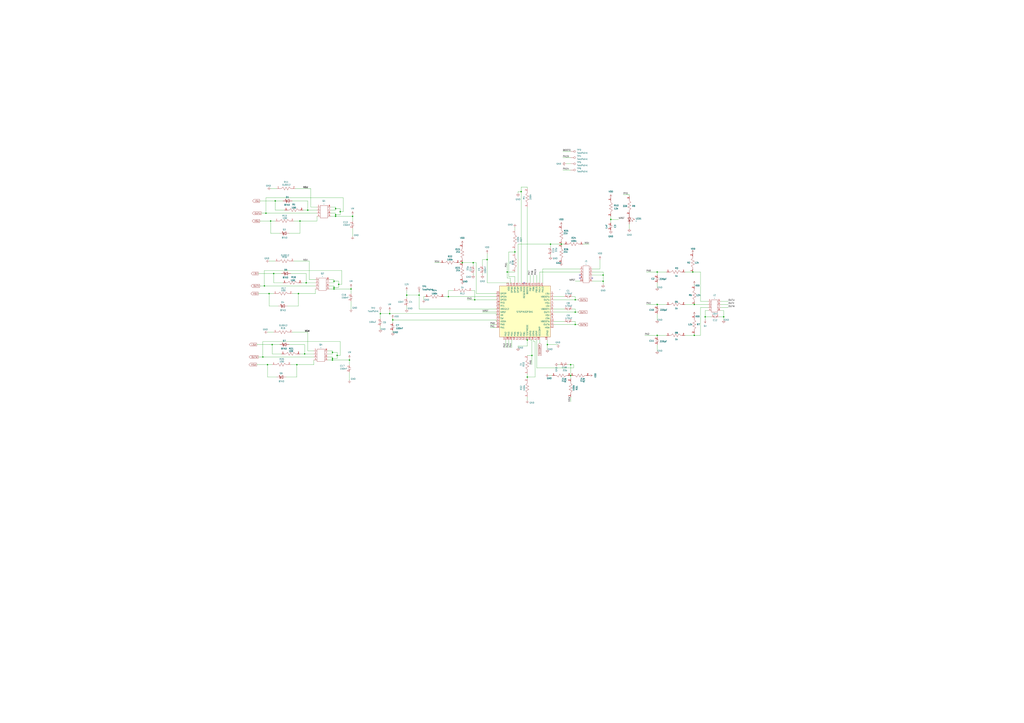
<source format=kicad_sch>
(kicad_sch (version 20250114) (generator "eeschema") (generator_version "9.0")
  (paper "A1")
  (lib_symbols
    (symbol "BAT30_2"
      (property "Reference" "D" (at 0.762 -3.048 0))
      (symbol "BAT30_2_1_1"
        (pin passive line (at -2.54 0 0) (length 2.54) (name "") (number ""))
        (pin passive line (at 5.08 0 180) (length 2.54) (name "") (number ""))
      )
    )
    (symbol "BAT30_3"
      (property "Reference" "D" (at 0.762 -3.048 0))
      (symbol "BAT30_3_1_1"
        (pin passive line (at -2.54 0 0) (length 2.54) (name "") (number ""))
        (pin passive line (at 5.08 0 180) (length 2.54) (name "") (number ""))
      )
    )
    (symbol "BAT30_4"
      (property "Reference" "D" (at 0.762 -3.048 0))
      (symbol "BAT30_4_1_1"
        (pin passive line (at -2.54 0 0) (length 2.54) (name "") (number ""))
        (pin passive line (at 5.08 0 180) (length 2.54) (name "") (number ""))
      )
    )
    (symbol "BAT30_5"
      (property "Reference" "D" (at 0.762 -3.048 0))
      (symbol "BAT30_5_1_1"
        (pin passive line (at -2.54 0 0) (length 2.54) (name "") (number ""))
        (pin passive line (at 5.08 0 180) (length 2.54) (name "") (number ""))
      )
    )
    (symbol "BAT30_6"
      (property "Reference" "D" (at 0.762 -3.048 0))
      (symbol "BAT30_6_1_1"
        (pin passive line (at -2.54 0 0) (length 2.54) (name "") (number ""))
        (pin passive line (at 5.08 0 180) (length 2.54) (name "") (number ""))
      )
    )
    (symbol "Capacitor:CC0603JRX7R9BB154"
      (property "Reference" "C" (at 0.762 0 0))
      (symbol "CC0603JRX7R9BB154_1_1"
        (pin passive line (at -2.54 2.54 0) (length 2.54) (name "") (number "1"))
        (pin passive line (at 3.81 2.54 180) (length 2.54) (name "") (number "2"))
      )
    )
    (symbol "Capacitor:CL10C330JB8NNNC"
      (property "Reference" "C" (at 0 0 0))
      (symbol "CL10C330JB8NNNC_1_1"
        (pin passive line (at -2.54 2.54 0) (length 2.54) (name "") (number "1"))
        (pin passive line (at 3.81 2.54 180) (length 2.54) (name "") (number "2"))
      )
    )
    (symbol "Capacitor:CL31A106KBHNNNE"
      (property "Reference" "C" (at -0.508 0 0))
      (symbol "CL31A106KBHNNNE_1_1"
        (pin passive line (at -3.81 2.54 0) (length 2.54) (name "") (number "1"))
        (pin passive line (at 2.54 2.54 180) (length 2.54) (name "") (number "2"))
      )
    )
    (symbol "Capacitor:CS1206KKX7R0BB474"
      (property "Reference" "C" (at -2.032 0.508 0))
      (symbol "CS1206KKX7R0BB474_1_1"
        (pin passive line (at -5.08 2.54 0) (length 2.54) (name "") (number "1"))
        (pin passive line (at 1.27 2.54 180) (length 2.54) (name "") (number "2"))
      )
    )
    (symbol "Capacitor:GCM188R72A103KA37D"
      (property "Reference" "C" (at 0.508 0 0))
      (symbol "GCM188R72A103KA37D_1_1"
        (pin passive line (at -2.54 2.54 0) (length 2.54) (name "") (number "1"))
        (pin passive line (at 3.81 2.54 180) (length 2.54) (name "") (number "2"))
      )
    )
    (symbol "Capacitor:GRM155R71H104KE14J"
      (property "Reference" "C" (at 0.508 0 0))
      (symbol "GRM155R71H104KE14J_1_1"
        (pin passive line (at -2.54 2.54 0) (length 2.54) (name "") (number "1"))
        (pin passive line (at 3.81 2.54 180) (length 2.54) (name "") (number "2"))
      )
    )
    (symbol "Capacitor:GRT1885C2A221JA02D"
      (property "Reference" "C" (at 0 0 0))
      (symbol "GRT1885C2A221JA02D_1_1"
        (pin passive line (at -3.81 2.54 0) (length 2.54) (name "") (number "1"))
        (pin passive line (at 2.54 2.54 180) (length 2.54) (name "") (number "2"))
      )
    )
    (symbol "Connector:66200821122"
      (property "Reference" "J" (at 1.27 -1.778 0))
      (symbol "66200821122_1_1"
        (pin passive line (at -3.81 2.54 0) (length 2.54) (name "") (number "1"))
        (pin passive line (at -3.81 0 0) (length 2.54) (name "") (number "2"))
        (pin passive line (at -3.81 -2.54 0) (length 2.54) (name "") (number "3"))
        (pin passive line (at -3.81 -5.08 0) (length 2.54) (name "") (number "4"))
        (pin passive line (at 6.35 2.54 180) (length 2.54) (name "") (number "5"))
        (pin passive line (at 6.35 0 180) (length 2.54) (name "") (number "6"))
        (pin passive line (at 6.35 -2.54 180) (length 2.54) (name "") (number "7"))
        (pin passive line (at 6.35 -5.08 180) (length 2.54) (name "") (number "8"))
      )
    )
    (symbol "Connector:TestPoint" (pin_numbers (hide yes)) (pin_names (offset 0.762) (hide yes))
      (property "Reference" "TP" (at 0 6.858 0))
      (property "Value" "TestPoint" (at 0 5.08 0))
      (symbol "TestPoint_1_1"
        (pin passive line (at 0 0 90) (length 2.54) (name "1") (number "1"))
      )
    )
    (symbol "Diode:BAT30"
      (property "Reference" "D" (at 0.762 -3.048 0))
      (symbol "BAT30_1_1"
        (pin passive line (at -2.54 0 0) (length 2.54) (name "") (number ""))
        (pin passive line (at 5.08 0 180) (length 2.54) (name "") (number ""))
      )
    )
    (symbol "LED:150120RS87000"
      (property "Reference" "LED" (at 0 0 0))
      (symbol "150120RS87000_1_1"
        (pin passive line (at -3.81 3.81 0) (length 2.54) (name "") (number ""))
        (pin passive line (at 3.81 3.81 180) (length 2.54) (name "") (number ""))
      )
    )
    (symbol "Resistor:ERA-6AEB2102V"
      (property "Reference" "R" (at 0 0 0))
      (symbol "ERA-6AEB2102V_1_1"
        (pin passive line (at -6.35 2.54 0) (length 2.54) (name "") (number "1"))
        (pin passive line (at 8.89 2.54 180) (length 2.54) (name "") (number "2"))
      )
    )
    (symbol "Resistor:ERA-8AEB101V"
      (property "Reference" "R" (at -2.54 -2.032 0))
      (symbol "ERA-8AEB101V_1_1"
        (pin passive line (at -10.16 1.27 0) (length 2.54) (name "") (number "1"))
        (pin passive line (at 5.08 1.27 180) (length 2.54) (name "") (number "2"))
      )
    )
    (symbol "Resistor:RC1206FR-7W1KL"
      (property "Reference" "R" (at -0.254 -2.794 0))
      (symbol "RC1206FR-7W1KL_1_1"
        (pin passive line (at -7.62 0 0) (length 2.54) (name "") (number "1"))
        (pin passive line (at 7.62 0 180) (length 2.54) (name "") (number "2"))
      )
    )
    (symbol "Resistor:RC1206JR-13100KL"
      (property "Reference" "R" (at 2.286 -1.27 0))
      (symbol "RC1206JR-13100KL_1_1"
        (pin passive line (at -5.08 1.27 0) (length 2.54) (name "") (number "1"))
        (pin passive line (at 10.16 1.27 180) (length 2.54) (name "") (number "2"))
      )
    )
    (symbol "Resistor:RMCF01005FT12K0"
      (property "Reference" "R" (at 0 -1.778 0))
      (symbol "RMCF01005FT12K0_1_1"
        (pin passive line (at -7.62 0 0) (length 2.54) (name "") (number "1"))
        (pin passive line (at 7.62 0 180) (length 2.54) (name "") (number "2"))
      )
    )
    (symbol "Resistor:RMCF0603JT330R"
      (property "Reference" "R" (at 0 0 0))
      (symbol "RMCF0603JT330R_1_1"
        (pin passive line (at -7.62 2.54 0) (length 2.54) (name "") (number "1"))
        (pin passive line (at 7.62 2.54 180) (length 2.54) (name "") (number "2"))
      )
    )
    (symbol "Resistor:WSR31L002FEA"
      (property "Reference" "R" (at 0 0 0))
      (symbol "WSR31L002FEA_1_1"
        (pin passive line (at -6.35 3.81 0) (length 2.54) (name "") (number "1"))
        (pin passive line (at 8.89 3.81 180) (length 2.54) (name "") (number "2"))
      )
    )
    (symbol "STL7N6LF3:STL7N6LF3"
      (property "Reference" "Q" (at 1.778 0 0))
      (symbol "STL7N6LF3_1_1"
        (pin passive line (at -3.81 3.81 0) (length 2.54) (name "") (number "1"))
        (pin passive line (at -3.81 1.27 0) (length 2.54) (name "") (number "2"))
        (pin passive line (at -3.81 -1.27 0) (length 2.54) (name "") (number "3"))
        (pin passive line (at -3.81 -3.81 0) (length 2.54) (name "") (number "4"))
        (pin passive line (at 7.62 3.81 180) (length 2.54) (name "") (number "8"))
        (pin passive line (at 7.62 1.27 180) (length 2.54) (name "") (number "7"))
        (pin passive line (at 7.62 -1.27 180) (length 2.54) (name "") (number "6"))
        (pin passive line (at 7.62 -3.81 180) (length 2.54) (name "") (number "5"))
      )
    )
    (symbol "STSPIN32F0A:STSPIN32F0A"
      (property "Reference" "STSPIN32F0A" (at 5.588 -14.478 0))
      (symbol "STSPIN32F0A_1_1"
        (pin input line (at -19.05 -1.27 0) (length 2.54) (name "OP2P") (number "25"))
        (pin input line (at -19.05 -3.81 0) (length 2.54) (name "OP2N") (number "26"))
        (pin output line (at -19.05 -6.35 0) (length 2.54) (name "OP2O") (number "27"))
        (pin bidirectional line (at -19.05 -8.89 0) (length 2.54) (name "PF0") (number "28"))
        (pin bidirectional line (at -19.05 -11.43 0) (length 2.54) (name "PF1") (number "29"))
        (pin output line (at -19.05 -13.97 0) (length 2.54) (name "VREG12") (number "30"))
        (pin input line (at -19.05 -16.51 0) (length 2.54) (name "NRST") (number "31"))
        (pin power_in line (at -19.05 -19.05 0) (length 2.54) (name "VM") (number "32"))
        (pin free line (at -19.05 -21.59 0) (length 2.54) (name "SW") (number "33"))
        (pin power_out line (at -19.05 -24.13 0) (length 2.54) (name "VDDA") (number "34"))
        (pin bidirectional line (at -19.05 -26.67 0) (length 2.54) (name "PA0") (number "35"))
        (pin bidirectional line (at -19.05 -29.21 0) (length 2.54) (name "PA1") (number "36"))
        (pin bidirectional line (at -11.43 -39.37 90) (length 2.54) (name "PA2") (number "37"))
        (pin input line (at -8.89 7.62 270) (length 2.54) (name "VDD") (number "13"))
        (pin bidirectional line (at -8.89 -39.37 90) (length 2.54) (name "PA3") (number "38"))
        (pin output line (at -6.35 7.62 270) (length 2.54) (name "OP3O") (number "14"))
        (pin bidirectional line (at -6.35 -39.37 90) (length 2.54) (name "PA4") (number "39"))
        (pin input line (at -3.81 7.62 270) (length 2.54) (name "OP3N") (number "15"))
        (pin bidirectional line (at -3.81 -39.37 90) (length 2.54) (name "PA5") (number "40"))
        (pin input line (at -1.27 7.62 270) (length 2.54) (name "OP3P") (number "16"))
        (pin bidirectional line (at -1.27 -39.37 90) (length 2.54) (name "PA6") (number "41"))
        (pin input line (at 1.27 7.62 270) (length 2.54) (name "GND") (number "17"))
        (pin bidirectional line (at 1.27 -39.37 90) (length 2.54) (name "PA7") (number "42"))
        (pin input line (at 3.81 7.62 270) (length 2.54) (name "RESERVED") (number "18"))
        (pin bidirectional line (at 3.81 -39.37 90) (length 2.54) (name "PB1") (number "43"))
        (pin input line (at 6.35 7.62 270) (length 2.54) (name "BOOTO") (number "19"))
        (pin input line (at 6.35 -39.37 90) (length 2.54) (name "TESTMODE") (number "44"))
        (pin bidirectional line (at 8.89 7.62 270) (length 2.54) (name "PB7") (number "20"))
        (pin output line (at 8.89 -39.37 90) (length 2.54) (name "OPIO") (number "45"))
        (pin bidirectional line (at 11.43 7.62 270) (length 2.54) (name "PB6") (number "21"))
        (pin input line (at 11.43 -39.37 90) (length 2.54) (name "OPIN") (number "46"))
        (pin bidirectional line (at 13.97 7.62 270) (length 2.54) (name "PB15") (number "22"))
        (pin input line (at 13.97 -39.37 90) (length 2.54) (name "OPIP") (number "47"))
        (pin bidirectional line (at 16.51 7.62 270) (length 2.54) (name "PA14") (number "23"))
        (pin input line (at 16.51 -39.37 90) (length 2.54) (name "OCCOMP") (number "48"))
        (pin bidirectional line (at 19.05 7.62 270) (length 2.54) (name "PA13") (number "24"))
        (pin power_in line (at 22.86 -39.37 90) (length 2.54) (name "EPAD") (number "49"))
        (pin output line (at 27.94 -1.27 180) (length 2.54) (name "LSU") (number "1"))
        (pin power_in line (at 27.94 -3.81 180) (length 2.54) (name "VBOOTU") (number "2"))
        (pin passive line (at 27.94 -6.35 180) (length 2.54) (name "OUTU") (number "3"))
        (pin output line (at 27.94 -8.89 180) (length 2.54) (name "HSU") (number "4"))
        (pin output line (at 27.94 -11.43 180) (length 2.54) (name "LSV") (number "5"))
        (pin power_in line (at 27.94 -13.97 180) (length 2.54) (name "VBOOTV") (number "6"))
        (pin passive line (at 27.94 -16.51 180) (length 2.54) (name "OUTV") (number "7"))
        (pin output line (at 27.94 -19.05 180) (length 2.54) (name "HSV") (number "8"))
        (pin output line (at 27.94 -21.59 180) (length 2.54) (name "LSW") (number "9"))
        (pin power_in line (at 27.94 -24.13 180) (length 2.54) (name "VBOOTW") (number "10"))
        (pin passive line (at 27.94 -26.67 180) (length 2.54) (name "OUTW") (number "11"))
        (pin output line (at 27.94 -29.21 180) (length 2.54) (name "HSW") (number "12"))
      )
    )
    (symbol "header:PPTC052LFBN-RC"
      (property "Reference" "J" (at -1.27 -2.794 0))
      (symbol "PPTC052LFBN-RC_1_1"
        (pin passive line (at -6.35 10.16 0) (length 2.54) (name "") (number "1"))
        (pin passive line (at -6.35 7.62 0) (length 2.54) (name "") (number "3"))
        (pin passive line (at -6.35 5.08 0) (length 2.54) (name "") (number "5"))
        (pin passive line (at -6.35 2.54 0) (length 2.54) (name "") (number "7"))
        (pin passive line (at -6.35 0 0) (length 2.54) (name "") (number "9"))
        (pin passive line (at 3.81 10.16 180) (length 2.54) (name "") (number "2"))
        (pin passive line (at 3.81 7.62 180) (length 2.54) (name "") (number "4"))
        (pin passive line (at 3.81 5.08 180) (length 2.54) (name "") (number "6"))
        (pin passive line (at 3.81 2.54 180) (length 2.54) (name "") (number "8"))
        (pin passive line (at 3.81 0 180) (length 2.54) (name "") (number "10"))
      )
    )
    (symbol "power:+5VD" (power) (pin_numbers (hide yes)) (pin_names (offset 0) (hide yes))
      (property "Value" "+5VD" (at 0 3.556 0))
      (symbol "+5VD_1_1"
        (pin power_in line (at 0 0 90) (length 0) (name "~") (number "1"))
      )
    )
    (symbol "power:Earth" (power) (pin_numbers (hide yes)) (pin_names (offset 0) (hide yes))
      (property "Value" "Earth" (at 0 -3.81 0))
      (symbol "Earth_1_1"
        (pin power_in line (at 0 0 270) (length 0) (name "~") (number "1"))
      )
    )
    (symbol "power:GND" (power) (pin_numbers (hide yes)) (pin_names (offset 0) (hide yes))
      (property "Value" "GND" (at 0 -3.81 0))
      (symbol "GND_1_1"
        (pin power_in line (at 0 0 270) (length 0) (name "~") (number "1"))
      )
    )
    (symbol "power:VDD" (power) (pin_numbers (hide yes)) (pin_names (offset 0) (hide yes))
      (property "Value" "VDD" (at 0 3.556 0))
      (symbol "VDD_1_1"
        (pin power_in line (at 0 0 90) (length 0) (name "~") (number "1"))
      )
    )
  )
  (junction (at 243.84 299.72))
  (junction (at 273.05 294.64))
  (junction (at 274.32 236.22))
  (junction (at 218.44 175.26))
  (junction (at 274.32 237.49))
  (junction (at 274.32 231.14))
  (junction (at 250.19 290.83))
  (junction (at 368.3 243.84))
  (junction (at 246.38 181.61))
  (junction (at 570.23 250.19))
  (junction (at 400.05 213.36))
  (junction (at 223.52 283.21))
  (junction (at 539.75 275.59))
  (junction (at 279.4 173.99))
  (junction (at 433.07 309.88))
  (junction (at 501.65 180.34))
  (junction (at 334.01 242.57))
  (junction (at 461.01 200.66))
  (junction (at 472.44 246.38))
  (junction (at 252.73 172.72))
  (junction (at 275.59 171.45))
  (junction (at 226.06 165.1))
  (junction (at 433.07 279.4))
  (junction (at 389.89 246.38))
  (junction (at 320.04 257.81))
  (junction (at 468.63 308.61))
  (junction (at 224.79 224.79))
  (junction (at 273.05 289.56))
  (junction (at 568.96 223.52))
  (junction (at 215.9 293.37))
  (junction (at 379.73 215.9))
  (junction (at 579.12 260.35))
  (junction (at 416.56 223.52))
  (junction (at 344.17 242.57))
  (junction (at 570.23 275.59))
  (junction (at 449.58 283.21))
  (junction (at 275.59 177.8))
  (junction (at 468.63 299.72))
  (junction (at 472.44 256.54))
  (junction (at 472.44 266.7))
  (junction (at 220.98 241.3))
  (junction (at 322.58 262.89))
  (junction (at 312.42 257.81))
  (junction (at 273.05 295.91))
  (junction (at 539.75 223.52))
  (junction (at 594.36 260.35))
  (junction (at 495.3 231.14))
  (junction (at 217.17 234.95))
  (junction (at 278.13 233.68))
  (junction (at 275.59 176.53))
  (junction (at 495.3 226.06))
  (junction (at 219.71 299.72))
  (junction (at 245.11 241.3))
  (junction (at 288.29 237.49))
  (junction (at 276.86 292.1))
  (junction (at 539.75 250.19))
  (junction (at 422.91 207.01))
  (junction (at 452.12 200.66))
  (junction (at 436.88 292.1))
  (junction (at 427.99 157.48))
  (junction (at 222.25 181.61))
  (junction (at 287.02 295.91))
  (junction (at 388.62 215.9))
  (junction (at 289.56 177.8))
  (junction (at 251.46 232.41))
  (no_connect (at 476.25 228.6))
  (no_connect (at 430.53 232.41))
  (no_connect (at 476.25 226.06))
  (no_connect (at 486.41 228.6))
  (wire (pts (xy 443.23 223.52) (xy 443.23 232.41)))
  (wire (pts (xy 254 229.87) (xy 254 214.63)))
  (wire (pts (xy 347.98 243.84) (xy 349.25 243.84)))
  (wire (pts (xy 377.19 215.9) (xy 379.73 215.9)))
  (wire (pts (xy 416.56 228.6) (xy 419.1 228.6)))
  (wire (pts (xy 271.78 175.26) (xy 275.59 175.26)))
  (wire (pts (xy 427.99 153.67) (xy 433.07 153.67)))
  (wire (pts (xy 275.59 176.53) (xy 279.4 176.53)))
  (wire (pts (xy 222.25 191.77) (xy 229.87 191.77)))
  (wire (pts (xy 579.12 255.27) (xy 581.66 255.27)))
  (wire (pts (xy 273.05 295.91) (xy 269.24 295.91)))
  (wire (pts (xy 273.05 294.64) (xy 273.05 295.91)))
  (wire (pts (xy 289.56 187.96) (xy 289.56 194.31)))
  (wire (pts (xy 219.71 299.72) (xy 219.71 309.88)))
  (wire (pts (xy 579.12 260.35) (xy 584.2 260.35)))
  (wire (pts (xy 433.07 307.34) (xy 433.07 309.88)))
  (wire (pts (xy 468.63 311.15) (xy 468.63 308.61)))
  (wire (pts (xy 516.89 161.29) (xy 516.89 160.02)))
  (wire (pts (xy 570.23 250.19) (xy 581.66 250.19)))
  (wire (pts (xy 288.29 237.49) (xy 288.29 241.3)))
  (wire (pts (xy 433.07 276.86) (xy 433.07 279.4)))
  (wire (pts (xy 562.61 223.52) (xy 568.96 223.52)))
  (wire (pts (xy 486.41 226.06) (xy 495.3 226.06)))
  (wire (pts (xy 287.02 295.91) (xy 287.02 299.72)))
  (wire (pts (xy 234.95 309.88) (xy 243.84 309.88)))
  (wire (pts (xy 260.35 175.26) (xy 218.44 175.26)))
  (wire (pts (xy 463.55 243.84) (xy 454.66 243.84)))
  (wire (pts (xy 539.75 288.29) (xy 539.75 283.21)))
  (wire (pts (xy 501.65 180.34) (xy 501.65 177.8)))
  (wire (pts (xy 215.9 280.67) (xy 279.4 280.67)))
  (wire (pts (xy 273.05 290.83) (xy 273.05 289.56)))
  (wire (pts (xy 226.06 165.1) (xy 232.41 165.1)))
  (wire (pts (xy 312.42 257.81) (xy 312.42 261.62)))
  (wire (pts (xy 539.75 250.19) (xy 547.37 250.19)))
  (wire (pts (xy 435.61 226.06) (xy 435.61 232.41)))
  (wire (pts (xy 472.44 243.84) (xy 469.9 243.84)))
  (wire (pts (xy 274.32 237.49) (xy 270.51 237.49)))
  (wire (pts (xy 454.66 256.54) (xy 472.44 256.54)))
  (wire (pts (xy 364.49 243.84) (xy 368.3 243.84)))
  (wire (pts (xy 539.75 275.59) (xy 547.37 275.59)))
  (wire (pts (xy 501.65 182.88) (xy 501.65 180.34)))
  (wire (pts (xy 270.51 234.95) (xy 274.32 234.95)))
  (wire (pts (xy 575.31 252.73) (xy 575.31 275.59)))
  (wire (pts (xy 483.87 200.66) (xy 478.79 200.66)))
  (wire (pts (xy 312.42 256.54) (xy 312.42 257.81)))
  (wire (pts (xy 425.45 157.48) (xy 427.99 157.48)))
  (wire (pts (xy 472.44 254) (xy 469.9 254)))
  (wire (pts (xy 252.73 165.1) (xy 252.73 172.72)))
  (wire (pts (xy 233.68 172.72) (xy 226.06 172.72)))
  (wire (pts (xy 495.3 231.14) (xy 495.3 233.68)))
  (wire (pts (xy 590.55 260.35) (xy 594.36 260.35)))
  (wire (pts (xy 237.49 191.77) (xy 246.38 191.77)))
  (wire (pts (xy 463.55 200.66) (xy 461.01 200.66)))
  (wire (pts (xy 312.42 270.51) (xy 312.42 267.97)))
  (wire (pts (xy 273.05 289.56) (xy 276.86 289.56)))
  (wire (pts (xy 276.86 294.64) (xy 276.86 292.1)))
  (wire (pts (xy 438.15 226.06) (xy 438.15 232.41)))
  (wire (pts (xy 461.01 200.66) (xy 452.12 200.66)))
  (wire (pts (xy 250.19 290.83) (xy 257.81 290.83)))
  (wire (pts (xy 271.78 172.72) (xy 275.59 172.72)))
  (wire (pts (xy 279.4 173.99) (xy 279.4 171.45)))
  (wire (pts (xy 213.36 165.1) (xy 226.06 165.1)))
  (wire (pts (xy 462.28 124.46) (xy 468.63 124.46)))
  (wire (pts (xy 236.22 251.46) (xy 245.11 251.46)))
  (wire (pts (xy 279.4 280.67) (xy 279.4 292.1)))
  (wire (pts (xy 427.99 157.48) (xy 427.99 153.67)))
  (wire (pts (xy 223.52 283.21) (xy 223.52 290.83)))
  (wire (pts (xy 273.05 288.29) (xy 269.24 288.29)))
  (wire (pts (xy 391.16 215.9) (xy 391.16 241.3)))
  (wire (pts (xy 425.45 284.48) (xy 425.45 285.75)))
  (wire (pts (xy 445.77 220.98) (xy 476.25 220.98)))
  (wire (pts (xy 218.44 175.26) (xy 218.44 162.56)))
  (wire (pts (xy 422.91 186.69) (xy 422.91 189.23)))
  (wire (pts (xy 472.44 246.38) (xy 472.44 243.84)))
  (wire (pts (xy 416.56 223.52) (xy 416.56 228.6)))
  (wire (pts (xy 251.46 232.41) (xy 259.08 232.41)))
  (wire (pts (xy 280.67 222.25) (xy 280.67 233.68)))
  (wire (pts (xy 240.03 241.3) (xy 245.11 241.3)))
  (wire (pts (xy 562.61 250.19) (xy 570.23 250.19)))
  (wire (pts (xy 463.55 254) (xy 454.66 254)))
  (wire (pts (xy 388.62 215.9) (xy 391.16 215.9)))
  (wire (pts (xy 400.05 232.41) (xy 417.83 232.41)))
  (wire (pts (xy 486.41 223.52) (xy 495.3 223.52)))
  (wire (pts (xy 334.01 242.57) (xy 334.01 245.11)))
  (wire (pts (xy 274.32 237.49) (xy 288.29 237.49)))
  (wire (pts (xy 259.08 234.95) (xy 217.17 234.95)))
  (wire (pts (xy 347.98 246.38) (xy 347.98 243.84)))
  (wire (pts (xy 248.92 172.72) (xy 252.73 172.72)))
  (wire (pts (xy 396.24 218.44) (xy 396.24 213.36)))
  (wire (pts (xy 468.63 134.62) (xy 464.82 134.62)))
  (wire (pts (xy 269.24 290.83) (xy 273.05 290.83)))
  (wire (pts (xy 276.86 292.1) (xy 276.86 289.56)))
  (wire (pts (xy 539.75 223.52) (xy 547.37 223.52)))
  (wire (pts (xy 274.32 236.22) (xy 278.13 236.22)))
  (wire (pts (xy 245.11 251.46) (xy 245.11 241.3)))
  (wire (pts (xy 273.05 294.64) (xy 276.86 294.64)))
  (wire (pts (xy 250.19 283.21) (xy 250.19 290.83)))
  (wire (pts (xy 287.02 306.07) (xy 287.02 312.42)))
  (wire (pts (xy 224.79 224.79) (xy 224.79 232.41)))
  (wire (pts (xy 281.94 173.99) (xy 279.4 173.99)))
  (wire (pts (xy 260.35 181.61) (xy 260.35 177.8)))
  (wire (pts (xy 495.3 226.06) (xy 495.3 231.14)))
  (wire (pts (xy 288.29 247.65) (xy 288.29 254)))
  (wire (pts (xy 387.35 238.76) (xy 389.89 238.76)))
  (wire (pts (xy 539.75 262.89) (xy 539.75 257.81)))
  (wire (pts (xy 422.91 204.47) (xy 422.91 207.01)))
  (wire (pts (xy 210.82 299.72) (xy 219.71 299.72)))
  (wire (pts (xy 217.17 234.95) (xy 217.17 222.25)))
  (wire (pts (xy 275.59 170.18) (xy 271.78 170.18)))
  (wire (pts (xy 241.3 214.63) (xy 254 214.63)))
  (wire (pts (xy 436.88 299.72) (xy 436.88 292.1)))
  (wire (pts (xy 472.44 231.14) (xy 476.25 231.14)))
  (wire (pts (xy 417.83 207.01) (xy 422.91 207.01)))
  (wire (pts (xy 468.63 326.39) (xy 468.63 330.2)))
  (wire (pts (xy 289.56 177.8) (xy 289.56 176.53)))
  (wire (pts (xy 278.13 233.68) (xy 278.13 231.14)))
  (wire (pts (xy 379.73 215.9) (xy 388.62 215.9)))
  (wire (pts (xy 539.75 251.46) (xy 539.75 250.19)))
  (wire (pts (xy 278.13 236.22) (xy 278.13 233.68)))
  (wire (pts (xy 396.24 256.54) (xy 407.67 256.54)))
  (wire (pts (xy 222.25 154.94) (xy 227.33 154.94)))
  (wire (pts (xy 213.36 181.61) (xy 222.25 181.61)))
  (wire (pts (xy 529.59 275.59) (xy 539.75 275.59)))
  (wire (pts (xy 251.46 224.79) (xy 251.46 232.41)))
  (wire (pts (xy 245.11 241.3) (xy 259.08 241.3)))
  (wire (pts (xy 495.3 223.52) (xy 495.3 226.06)))
  (wire (pts (xy 417.83 279.4) (xy 417.83 285.75)))
  (wire (pts (xy 368.3 238.76) (xy 368.3 243.84)))
  (wire (pts (xy 452.12 209.55) (xy 452.12 210.82)))
  (wire (pts (xy 433.07 292.1) (xy 436.88 292.1)))
  (wire (pts (xy 579.12 262.89) (xy 579.12 260.35)))
  (wire (pts (xy 274.32 231.14) (xy 274.32 229.87)))
  (wire (pts (xy 289.56 177.8) (xy 289.56 181.61)))
  (wire (pts (xy 273.05 293.37) (xy 273.05 294.64)))
  (wire (pts (xy 220.98 214.63) (xy 226.06 214.63)))
  (wire (pts (xy 222.25 181.61) (xy 222.25 191.77)))
  (wire (pts (xy 594.36 255.27) (xy 591.82 255.27)))
  (wire (pts (xy 575.31 223.52) (xy 575.31 247.65)))
  (wire (pts (xy 240.03 273.05) (xy 252.73 273.05)))
  (wire (pts (xy 570.23 274.32) (xy 570.23 275.59)))
  (wire (pts (xy 433.07 170.18) (xy 433.07 232.41)))
  (wire (pts (xy 396.24 213.36) (xy 400.05 213.36)))
  (wire (pts (xy 238.76 299.72) (xy 243.84 299.72)))
  (wire (pts (xy 320.04 257.81) (xy 407.67 257.81)))
  (wire (pts (xy 275.59 175.26) (xy 275.59 176.53)))
  (wire (pts (xy 217.17 234.95) (xy 213.36 234.95)))
  (wire (pts (xy 391.16 241.3) (xy 407.67 241.3)))
  (wire (pts (xy 463.55 264.16) (xy 454.66 264.16)))
  (wire (pts (xy 224.79 241.3) (xy 220.98 241.3)))
  (wire (pts (xy 450.85 308.61) (xy 453.39 308.61)))
  (wire (pts (xy 220.98 251.46) (xy 228.6 251.46)))
  (wire (pts (xy 530.86 223.52) (xy 539.75 223.52)))
  (wire (pts (xy 224.79 224.79) (xy 231.14 224.79)))
  (wire (pts (xy 471.17 299.72) (xy 468.63 299.72)))
  (wire (pts (xy 259.08 229.87) (xy 254 229.87)))
  (wire (pts (xy 223.52 299.72) (xy 219.71 299.72)))
  (wire (pts (xy 407.67 254) (xy 344.17 254)))
  (wire (pts (xy 422.91 207.01) (xy 422.91 208.28)))
  (wire (pts (xy 243.84 299.72) (xy 257.81 299.72)))
  (wire (pts (xy 232.41 232.41) (xy 224.79 232.41)))
  (wire (pts (xy 445.77 220.98) (xy 445.77 232.41)))
  (wire (pts (xy 530.86 250.19) (xy 539.75 250.19)))
  (wire (pts (xy 439.42 280.67) (xy 438.15 280.67)))
  (wire (pts (xy 231.14 290.83) (xy 223.52 290.83)))
  (wire (pts (xy 568.96 223.52) (xy 575.31 223.52)))
  (wire (pts (xy 440.69 226.06) (xy 440.69 232.41)))
  (wire (pts (xy 344.17 254) (xy 344.17 242.57)))
  (wire (pts (xy 417.83 227.33) (xy 417.83 207.01)))
  (wire (pts (xy 591.82 250.19) (xy 598.17 250.19)))
  (wire (pts (xy 466.09 299.72) (xy 468.63 299.72)))
  (wire (pts (xy 246.38 191.77) (xy 246.38 181.61)))
  (wire (pts (xy 443.23 279.4) (xy 443.23 281.94)))
  (wire (pts (xy 388.62 218.44) (xy 388.62 215.9)))
  (wire (pts (xy 440.69 302.26) (xy 440.69 279.4)))
  (wire (pts (xy 471.17 302.26) (xy 440.69 302.26)))
  (wire (pts (xy 471.17 302.26) (xy 471.17 299.72)))
  (wire (pts (xy 241.3 181.61) (xy 246.38 181.61)))
  (wire (pts (xy 486.41 231.14) (xy 495.3 231.14)))
  (wire (pts (xy 472.44 246.38) (xy 474.98 246.38)))
  (wire (pts (xy 472.44 264.16) (xy 469.9 264.16)))
  (wire (pts (xy 439.42 280.67) (xy 439.42 309.88)))
  (wire (pts (xy 275.59 177.8) (xy 289.56 177.8)))
  (wire (pts (xy 472.44 266.7) (xy 454.66 266.7)))
  (wire (pts (xy 257.81 293.37) (xy 215.9 293.37)))
  (wire (pts (xy 436.88 279.4) (xy 435.61 279.4)))
  (wire (pts (xy 246.38 290.83) (xy 250.19 290.83)))
  (wire (pts (xy 288.29 237.49) (xy 288.29 236.22)))
  (wire (pts (xy 388.62 224.79) (xy 388.62 226.06)))
  (wire (pts (xy 516.89 184.15) (xy 516.89 187.96)))
  (wire (pts (xy 594.36 260.35) (xy 594.36 255.27)))
  (wire (pts (xy 260.35 170.18) (xy 255.27 170.18)))
  (wire (pts (xy 275.59 177.8) (xy 271.78 177.8)))
  (wire (pts (xy 334.01 238.76) (xy 334.01 242.57)))
  (wire (pts (xy 594.36 262.89) (xy 594.36 260.35)))
  (wire (pts (xy 472.44 256.54) (xy 472.44 254)))
  (wire (pts (xy 581.66 252.73) (xy 575.31 252.73)))
  (wire (pts (xy 449.58 283.21) (xy 449.58 279.4)))
  (wire (pts (xy 472.44 266.7) (xy 474.98 266.7)))
  (wire (pts (xy 220.98 241.3) (xy 220.98 251.46)))
  (wire (pts (xy 433.07 311.15) (xy 433.07 309.88)))
  (wire (pts (xy 539.75 223.52) (xy 539.75 226.06)))
  (wire (pts (xy 539.75 236.22) (xy 539.75 232.41)))
  (wire (pts (xy 436.88 279.4) (xy 436.88 292.1)))
  (wire (pts (xy 433.07 284.48) (xy 433.07 279.4)))
  (wire (pts (xy 322.58 261.62) (xy 322.58 262.89)))
  (wire (pts (xy 217.17 222.25) (xy 280.67 222.25)))
  (wire (pts (xy 274.32 231.14) (xy 278.13 231.14)))
  (wire (pts (xy 322.58 273.05) (xy 322.58 271.78)))
  (wire (pts (xy 449.58 287.02) (xy 449.58 283.21)))
  (wire (pts (xy 427.99 232.41) (xy 427.99 157.48)))
  (wire (pts (xy 275.59 172.72) (xy 275.59 171.45)))
  (wire (pts (xy 400.05 213.36) (xy 400.05 232.41)))
  (wire (pts (xy 275.59 171.45) (xy 275.59 170.18)))
  (wire (pts (xy 218.44 162.56) (xy 281.94 162.56)))
  (wire (pts (xy 472.44 264.16) (xy 472.44 266.7)))
  (wire (pts (xy 462.28 129.54) (xy 468.63 129.54)))
  (wire (pts (xy 402.59 269.24) (xy 407.67 269.24)))
  (wire (pts (xy 259.08 241.3) (xy 259.08 237.49)))
  (wire (pts (xy 400.05 208.28) (xy 400.05 213.36)))
  (wire (pts (xy 252.73 172.72) (xy 260.35 172.72)))
  (wire (pts (xy 242.57 154.94) (xy 255.27 154.94)))
  (wire (pts (xy 215.9 293.37) (xy 212.09 293.37)))
  (wire (pts (xy 215.9 293.37) (xy 215.9 280.67)))
  (wire (pts (xy 273.05 295.91) (xy 287.02 295.91)))
  (wire (pts (xy 425.45 158.75) (xy 425.45 157.48)))
  (wire (pts (xy 274.32 229.87) (xy 270.51 229.87)))
  (wire (pts (xy 591.82 252.73) (xy 598.17 252.73)))
  (wire (pts (xy 468.63 308.61) (xy 468.63 299.72)))
  (wire (pts (xy 238.76 224.79) (xy 251.46 224.79)))
  (wire (pts (xy 570.23 233.68) (xy 570.23 234.95)))
  (wire (pts (xy 443.23 223.52) (xy 476.25 223.52)))
  (wire (pts (xy 334.01 254) (xy 334.01 251.46)))
  (wire (pts (xy 459.74 299.72) (xy 458.47 299.72)))
  (wire (pts (xy 419.1 232.41) (xy 420.37 232.41)))
  (wire (pts (xy 243.84 309.88) (xy 243.84 299.72)))
  (wire (pts (xy 575.31 275.59) (xy 570.23 275.59)))
  (wire (pts (xy 591.82 247.65) (xy 598.17 247.65)))
  (wire (pts (xy 425.45 284.48) (xy 433.07 284.48)))
  (wire (pts (xy 562.61 275.59) (xy 570.23 275.59)))
  (wire (pts (xy 269.24 293.37) (xy 273.05 293.37)))
  (wire (pts (xy 274.32 236.22) (xy 274.32 237.49)))
  (wire (pts (xy 407.67 246.38) (xy 389.89 246.38)))
  (wire (pts (xy 344.17 240.03) (xy 344.17 242.57)))
  (wire (pts (xy 219.71 309.88) (xy 227.33 309.88)))
  (wire (pts (xy 274.32 232.41) (xy 274.32 231.14)))
  (wire (pts (xy 472.44 256.54) (xy 474.98 256.54)))
  (wire (pts (xy 407.67 262.89) (xy 407.67 264.16)))
  (wire (pts (xy 433.07 328.93) (xy 433.07 326.39)))
  (wire (pts (xy 280.67 233.68) (xy 278.13 233.68)))
  (wire (pts (xy 320.04 255.27) (xy 320.04 257.81)))
  (wire (pts (xy 396.24 226.06) (xy 396.24 224.79)))
  (wire (pts (xy 458.47 283.21) (xy 449.58 283.21)))
  (wire (pts (xy 462.28 139.7) (xy 468.63 139.7)))
  (wire (pts (xy 452.12 203.2) (xy 452.12 200.66)))
  (wire (pts (xy 219.71 273.05) (xy 224.79 273.05)))
  (wire (pts (xy 274.32 234.95) (xy 274.32 236.22)))
  (wire (pts (xy 438.15 280.67) (xy 438.15 279.4)))
  (wire (pts (xy 257.81 288.29) (xy 252.73 288.29)))
  (wire (pts (xy 273.05 289.56) (xy 273.05 288.29)))
  (wire (pts (xy 270.51 232.41) (xy 274.32 232.41)))
  (wire (pts (xy 279.4 176.53) (xy 279.4 173.99)))
  (wire (pts (xy 368.3 243.84) (xy 407.67 243.84)))
  (wire (pts (xy 425.45 200.66) (xy 452.12 200.66)))
  (wire (pts (xy 372.11 238.76) (xy 368.3 238.76)))
  (wire (pts (xy 240.03 165.1) (xy 252.73 165.1)))
  (wire (pts (xy 415.29 279.4) (xy 415.29 285.75)))
  (wire (pts (xy 439.42 309.88) (xy 433.07 309.88)))
  (wire (pts (xy 226.06 172.72) (xy 226.06 165.1)))
  (wire (pts (xy 312.42 257.81) (xy 320.04 257.81)))
  (wire (pts (xy 422.91 223.52) (xy 416.56 223.52)))
  (wire (pts (xy 492.76 220.98) (xy 492.76 213.36)))
  (wire (pts (xy 433.07 153.67) (xy 433.07 154.94)))
  (wire (pts (xy 575.31 247.65) (xy 581.66 247.65)))
  (wire (pts (xy 281.94 162.56) (xy 281.94 173.99)))
  (wire (pts (xy 247.65 232.41) (xy 251.46 232.41)))
  (wire (pts (xy 212.09 224.79) (xy 224.79 224.79)))
  (wire (pts (xy 223.52 283.21) (xy 229.87 283.21)))
  (wire (pts (xy 416.56 215.9) (xy 416.56 223.52)))
  (wire (pts (xy 257.81 299.72) (xy 257.81 295.91)))
  (wire (pts (xy 237.49 283.21) (xy 250.19 283.21)))
  (wire (pts (xy 212.09 241.3) (xy 220.98 241.3)))
  (wire (pts (xy 322.58 265.43) (xy 322.58 262.89)))
  (wire (pts (xy 255.27 170.18) (xy 255.27 154.94)))
  (wire (pts (xy 344.17 242.57) (xy 334.01 242.57)))
  (wire (pts (xy 420.37 279.4) (xy 420.37 285.75)))
  (wire (pts (xy 454.66 246.38) (xy 472.44 246.38)))
  (wire (pts (xy 419.1 228.6) (xy 419.1 232.41)))
  (wire (pts (xy 275.59 176.53) (xy 275.59 177.8)))
  (wire (pts (xy 252.73 288.29) (xy 252.73 273.05)))
  (wire (pts (xy 226.06 181.61) (xy 222.25 181.61)))
  (wire (pts (xy 425.45 200.66) (xy 425.45 232.41)))
  (wire (pts (xy 322.58 262.89) (xy 407.67 262.89)))
  (wire (pts (xy 287.02 295.91) (xy 287.02 294.64)))
  (wire (pts (xy 516.89 160.02) (xy 511.81 160.02)))
  (wire (pts (xy 402.59 266.7) (xy 407.67 266.7)))
  (wire (pts (xy 218.44 175.26) (xy 214.63 175.26)))
  (wire (pts (xy 422.91 232.41) (xy 422.91 227.33)))
  (wire (pts (xy 422.91 227.33) (xy 417.83 227.33)))
  (wire (pts (xy 246.38 181.61) (xy 260.35 181.61)))
  (wire (pts (xy 279.4 292.1) (xy 276.86 292.1)))
  (wire (pts (xy 210.82 283.21) (xy 223.52 283.21)))
  (wire (pts (xy 389.89 238.76) (xy 389.89 246.38)))
  (wire (pts (xy 275.59 171.45) (xy 279.4 171.45)))
  (wire (pts (xy 486.41 220.98) (xy 492.76 220.98)))
  (wire (pts (xy 579.12 255.27) (xy 579.12 260.35)))
  (wire (pts (xy 539.75 276.86) (xy 539.75 275.59)))
  (wire (pts (xy 501.65 180.34) (xy 508 180.34)))
  (wire (pts (xy 356.87 215.9) (xy 361.95 215.9)))
  (wire (pts (xy 389.89 246.38) (xy 383.54 246.38)))
  (wire (pts (xy 407.67 257.81) (xy 407.67 259.08)))
  (label "PA4" (at 416.56 215.9 270))
  (label "NSW" (at 250.19 273.05 0))
  (label "OUTU" (at 598.17 247.65 0))
  (label "NRST" (at 508 180.34 0))
  (label "PA0" (at 530.86 223.52 0))
  (label "PA3" (at 417.83 285.75 90))
  (label "PA15" (at 440.69 226.06 90))
  (label "PA7" (at 435.61 226.06 90))
  (label "NSW" (at 468.63 330.2 90))
  (label "PA1" (at 402.59 269.24 0))
  (label "NSW" (at 250.19 273.05 0))
  (label "OUTV" (at 598.17 250.19 0))
  (label "OUTW" (at 598.17 252.73 0))
  (label "PA3" (at 383.54 246.38 0))
  (label "PA0" (at 402.59 266.7 0))
  (label "NSV" (at 483.87 200.66 180))
  (label "PA2" (at 415.29 285.75 90))
  (label "PA14" (at 462.28 139.7 0))
  (label "NSU" (at 356.87 215.9 0))
  (label "NRST" (at 472.44 231.14 180))
  (label "PA15" (at 462.28 129.54 0))
  (label "BOOTO" (at 462.28 124.46 0))
  (label "NSU" (at 248.92 154.94 0))
  (label "NRST" (at 396.24 256.54 0))
  (label "PA5" (at 436.88 299.72 90))
  (label "PF0" (at 511.81 160.02 0))
  (label "PA6" (at 438.15 226.06 90))
  (label "NSV" (at 248.92 214.63 0))
  (label "PA4" (at 420.37 285.75 90))
  (label "PA2" (at 529.59 275.59 0))
  (label "PA1" (at 530.86 250.19 0))
  (label "NSU" (at 248.92 154.94 0))
  (global_label "OCCOMP" (shape input) (at 443.23 281.94 270) (property "Intersheetrefs" "${INTERSHEET_REFS}" (effects (hide yes))))
  (global_label "OUTV" (shape output) (at 213.36 234.95 180) (property "Intersheetrefs" "${INTERSHEET_REFS}" (effects (hide yes))))
  (global_label "OUTW" (shape input) (at 474.98 266.7 0) (property "Intersheetrefs" "${INTERSHEET_REFS}" (effects (hide yes))))
  (global_label "HSU" (shape output) (at 213.36 181.61 180) (property "Intersheetrefs" "${INTERSHEET_REFS}" (effects (hide yes))))
  (global_label "HSV" (shape output) (at 212.09 241.3 180) (property "Intersheetrefs" "${INTERSHEET_REFS}" (effects (hide yes))))
  (global_label "OUTV" (shape input) (at 474.98 256.54 0) (property "Intersheetrefs" "${INTERSHEET_REFS}" (effects (hide yes))))
  (global_label "OUTU" (shape output) (at 214.63 175.26 180) (property "Intersheetrefs" "${INTERSHEET_REFS}" (effects (hide yes))))
  (global_label "LSW" (shape output) (at 210.82 283.21 180) (property "Intersheetrefs" "${INTERSHEET_REFS}" (effects (hide yes))))
  (global_label "HSW" (shape output) (at 210.82 299.72 180) (property "Intersheetrefs" "${INTERSHEET_REFS}" (effects (hide yes))))
  (global_label "LSV" (shape output) (at 212.09 224.79 180) (property "Intersheetrefs" "${INTERSHEET_REFS}" (effects (hide yes))))
  (global_label "LSU" (shape output) (at 213.36 165.1 180) (property "Intersheetrefs" "${INTERSHEET_REFS}" (effects (hide yes))))
  (global_label "OUTU" (shape input) (at 474.98 246.38 0) (property "Intersheetrefs" "${INTERSHEET_REFS}" (effects (hide yes))))
  (global_label "OUTW" (shape output) (at 212.09 293.37 180) (property "Intersheetrefs" "${INTERSHEET_REFS}" (effects (hide yes))))
  (symbol (lib_id "Connector:TestPoint") (at 312.42 256.54 0) (unit 1)
    (property "Reference" "TP2" (at 304.546 253.238 0) (effects (justify left)))
    (property "Value" "TestPoint" (at 302.006 255.778 0) (effects (justify left)))
    (property "Description" "test point" (effects (hide yes)))
  )
  (symbol (lib_id "Resistor:ERA-8AEB101V") (at 233.68 300.99 0) (unit 1)
    (property "Reference" "R20" (at 231.394 295.148 0))
    (property "Value" "100" (at 231.394 297.18 0))
  )
  (symbol (lib_id "power:GND") (at 539.75 262.89 0) (unit 1)
    (property "Reference" "#PWR017" (effects (hide yes)))
    (property "Value" "GND" (at 542.036 262.89 0))
    (property "Description" "Power symbol creates a global label with name \"GND\" , ground" (effects (hide yes)))
  )
  (symbol (lib_id "Connector:TestPoint") (at 468.63 124.46 270) (unit 1)
    (property "Reference" "TP3" (at 473.71 123.1899 90) (effects (justify left)))
    (property "Value" "TestPoint" (at 473.71 125.7299 90) (effects (justify left)))
    (property "Description" "test point" (effects (hide yes)))
  )
  (symbol (lib_id "Capacitor:GRM155R71H104KE14J") (at 320.04 267.97 270) (unit 1)
    (property "Reference" "C7" (at 325.12 267.3349 90) (effects (justify left)))
    (property "Value" "100nF" (at 325.12 269.8749 90) (effects (justify left)))
  )
  (symbol (lib_name "BAT30_2") (lib_id "Diode:BAT30") (at 232.41 191.77 0) (unit 1)
    (property "Reference" "D3" (at 233.426 188.722 0))
    (property "Value" "BTA3" (at 233.68 195.326 0))
  )
  (symbol (lib_id "power:VDD") (at 568.96 208.28 0) (unit 1)
    (property "Reference" "#PWR015" (effects (hide yes)))
    (property "Value" "VDD" (at 569.214 204.47 0))
    (property "Description" "Power symbol creates a global label with name \"VDD\"" (effects (hide yes)))
  )
  (symbol (lib_id "power:GND") (at 452.12 210.82 0) (mirror y) (unit 1)
    (property "Reference" "#PWR042" (effects (hide yes)))
    (property "Value" "GND" (at 455.93 212.344 0))
    (property "Description" "Power symbol creates a global label with name \"GND\" , ground" (effects (hide yes)))
  )
  (symbol (lib_id "power:VDD") (at 334.01 238.76 0) (unit 1)
    (property "Reference" "#PWR05" (effects (hide yes)))
    (property "Value" "12V" (at 334.01 233.68 0))
    (property "Description" "Power symbol creates a global label with name \"VDD\"" (effects (hide yes)))
  )
  (symbol (lib_id "power:GND") (at 425.45 285.75 0) (unit 1)
    (property "Reference" "#PWR010" (effects (hide yes)))
    (property "Value" "GND" (at 427.736 285.75 0))
    (property "Description" "Power symbol creates a global label with name \"GND\" , ground" (effects (hide yes)))
  )
  (symbol (lib_id "Resistor:ERA-8AEB101V") (at 241.3 292.1 0) (unit 1)
    (property "Reference" "R21" (at 239.268 286.512 0))
    (property "Value" "100" (at 239.014 288.544 0))
  )
  (symbol (lib_id "power:Earth") (at 287.02 312.42 0) (unit 1)
    (property "Reference" "#PWR035" (effects (hide yes)))
    (property "Value" "GND" (at 292.1 311.404 0) (effects (justify right)))
    (property "Description" "Power symbol creates a global label with name \"Earth\"" (effects (hide yes)))
  )
  (symbol (lib_id "Resistor:RC1206FR-7W1KL") (at 433.07 299.72 90) (unit 1)
    (property "Reference" "R33" (at 430.022 299.466 0))
    (property "Value" "1k" (at 427.736 299.466 0))
  )
  (symbol (lib_id "Capacitor:CS1206KKX7R0BB474") (at 468.63 256.54 0) (unit 1)
    (property "Reference" "C8" (at 466.598 249.174 0))
    (property "Value" "470nF" (at 467.106 251.46 0))
  )
  (symbol (lib_id "Resistor:RC1206FR-7W1KL") (at 554.99 223.52 0) (unit 1)
    (property "Reference" "R3" (at 555.752 220.472 0))
    (property "Value" "1k" (at 555.498 226.822 0))
  )
  (symbol (lib_id "header:PPTC052LFBN-RC") (at 480.06 231.14 0) (mirror y) (unit 1)
    (property "Reference" "J1" (at 481.33 214.63 0))
    (property "Value" "~" (at 481.33 217.17 0))
  )
  (symbol (lib_name "BAT30_5") (lib_id "Diode:BAT30") (at 229.87 309.88 0) (unit 1)
    (property "Reference" "D6" (at 230.886 306.832 0))
    (property "Value" "BTA3" (at 231.14 313.436 0))
  )
  (symbol (lib_id "power:Earth") (at 461.01 215.9 0) (mirror y) (unit 1)
    (property "Reference" "#PWR041" (effects (hide yes)))
    (property "Value" "GND" (at 456.692 216.154 0) (effects (justify right)))
    (property "Description" "Power symbol creates a global label with name \"Earth\"" (effects (hide yes)))
  )
  (symbol (lib_id "Resistor:RMCF01005FT12K0") (at 501.65 170.18 270) (unit 1)
    (property "Reference" "R10" (at 504.19 168.9099 90) (effects (justify left)))
    (property "Value" "12k" (at 504.19 171.4499 90) (effects (justify left)))
  )
  (symbol (lib_id "Resistor:RC1206JR-13100KL") (at 473.71 201.93 0) (mirror y) (unit 1)
    (property "Reference" "R24" (at 471.17 195.58 0))
    (property "Value" "100k" (at 471.17 198.12 0))
  )
  (symbol (lib_id "power:GND") (at 312.42 270.51 0) (unit 1)
    (property "Reference" "#PWR06" (effects (hide yes)))
    (property "Value" "GND" (at 314.706 270.51 0))
    (property "Description" "Power symbol creates a global label with name \"GND\" , ground" (effects (hide yes)))
  )
  (symbol (lib_id "Resistor:ERA-6AEB2102V") (at 458.47 209.55 270) (mirror x) (unit 1)
    (property "Reference" "R26" (at 466.852 204.978 90) (effects (justify right)))
    (property "Value" "21k" (at 466.344 207.01 90) (effects (justify right)))
  )
  (symbol (lib_id "Capacitor:GRT1885C2A221JA02D") (at 499.11 186.69 270) (unit 1)
    (property "Reference" "C3" (at 505.206 185.928 0))
    (property "Value" "1nF" (at 498.094 186.182 0))
  )
  (symbol (lib_id "Capacitor:CS1206KKX7R0BB474") (at 468.63 246.38 0) (unit 1)
    (property "Reference" "C1" (at 466.598 239.014 0))
    (property "Value" "470nF" (at 467.106 241.3 0))
  )
  (symbol (lib_id "Connector:TestPoint") (at 344.17 240.03 0) (unit 1)
    (property "Reference" "TP1" (at 346.71 235.4579 0) (effects (justify left)))
    (property "Value" "TestPoint" (at 346.71 237.9979 0) (effects (justify left)))
    (property "Description" "test point" (effects (hide yes)))
  )
  (symbol (lib_id "Capacitor:CC0603JRX7R9BB154") (at 287.02 184.15 270) (unit 1)
    (property "Reference" "C13" (at 283.718 182.626 90))
    (property "Value" "150nF" (at 284.734 184.912 90))
  )
  (symbol (lib_id "Resistor:ERA-8AEB101V") (at 242.57 233.68 0) (unit 1)
    (property "Reference" "R18" (at 241.046 227.838 0))
    (property "Value" "100" (at 240.538 230.378 0))
  )
  (symbol (lib_id "Capacitor:CC0603JRX7R9BB154") (at 284.48 302.26 270) (unit 1)
    (property "Reference" "C17" (at 281.178 300.736 90))
    (property "Value" "150nF" (at 282.194 303.022 90))
  )
  (symbol (lib_id "Connector:TestPoint") (at 468.63 139.7 270) (unit 1)
    (property "Reference" "TP6" (at 473.71 138.4299 90) (effects (justify left)))
    (property "Value" "TestPoint" (at 473.71 140.9699 90) (effects (justify left)))
    (property "Description" "test point" (effects (hide yes)))
  )
  (symbol (lib_id "Diode:BAT30") (at 234.95 165.1 0) (unit 1)
    (property "Reference" "D1" (at 235.966 162.052 0))
    (property "Value" "BTA3" (at 235.712 168.402 0))
  )
  (symbol (lib_id "Connector:TestPoint") (at 468.63 134.62 270) (unit 1)
    (property "Reference" "TP5" (at 473.71 133.3499 90) (effects (justify left)))
    (property "Value" "TestPoint" (at 473.71 135.8899 90) (effects (justify left)))
    (property "Description" "test point" (effects (hide yes)))
  )
  (symbol (lib_id "power:Earth") (at 347.98 246.38 0) (unit 1)
    (property "Reference" "#PWR036" (effects (hide yes)))
    (property "Value" "GND" (at 352.552 246.38 0) (effects (justify right)))
    (property "Description" "Power symbol creates a global label with name \"Earth\"" (effects (hide yes)))
  )
  (symbol (lib_id "Capacitor:GRT1885C2A221JA02D") (at 542.29 254 90) (unit 1)
    (property "Reference" "C10" (at 535.178 254.762 90))
    (property "Value" "220pF" (at 545.084 254.762 90))
  )
  (symbol (lib_id "Resistor:ERA-6AEB2102V") (at 382.27 209.55 90) (unit 1)
    (property "Reference" "R15" (at 373.888 204.978 90) (effects (justify right)))
    (property "Value" "21k" (at 374.396 207.01 90) (effects (justify right)))
  )
  (symbol (lib_id "Resistor:RC1206JR-13100KL") (at 421.64 194.31 270) (unit 1)
    (property "Reference" "R27" (at 427.99 196.85 0))
    (property "Value" "100k" (at 425.45 196.85 0))
  )
  (symbol (lib_id "power:Earth") (at 450.85 308.61 270) (mirror x) (unit 1)
    (property "Reference" "#PWR046" (effects (hide yes)))
    (property "Value" "GND" (at 453.136 310.896 90) (effects (justify right)))
    (property "Description" "Power symbol creates a global label with name \"Earth\"" (effects (hide yes)))
  )
  (symbol (lib_id "power:GND") (at 449.58 287.02 0) (unit 1)
    (property "Reference" "#PWR011" (effects (hide yes)))
    (property "Value" "GND" (at 451.866 287.02 0))
    (property "Description" "Power symbol creates a global label with name \"GND\" , ground" (effects (hide yes)))
  )
  (symbol (lib_id "power:VDD") (at 287.02 294.64 0) (unit 1)
    (property "Reference" "#PWR034" (effects (hide yes)))
    (property "Value" "VM" (at 287.02 289.56 0))
    (property "Description" "Power symbol creates a global label with name \"VDD\"" (effects (hide yes)))
  )
  (symbol (lib_id "power:GND") (at 539.75 288.29 0) (unit 1)
    (property "Reference" "#PWR019" (effects (hide yes)))
    (property "Value" "GND" (at 542.036 288.29 0))
    (property "Description" "Power symbol creates a global label with name \"GND\" , ground" (effects (hide yes)))
  )
  (symbol (lib_id "Resistor:RC1206JR-13100KL") (at 354.33 245.11 0) (unit 1)
    (property "Reference" "R14" (at 356.87 238.76 0))
    (property "Value" "100k" (at 356.87 241.3 0))
  )
  (symbol (lib_id "Capacitor:GRT1885C2A221JA02D") (at 542.29 279.4 90) (unit 1)
    (property "Reference" "C11" (at 535.178 280.162 90))
    (property "Value" "220pF" (at 544.83 280.67 90))
  )
  (symbol (lib_id "Connector:TestPoint") (at 468.63 129.54 270) (unit 1)
    (property "Reference" "TP4" (at 473.71 128.2699 90) (effects (justify left)))
    (property "Value" "TestPoint" (at 473.71 130.8099 90) (effects (justify left)))
    (property "Description" "test point" (effects (hide yes)))
  )
  (symbol (lib_id "power:GND") (at 388.62 226.06 0) (unit 1)
    (property "Reference" "#PWR037" (effects (hide yes)))
    (property "Value" "GND" (at 384.81 227.584 0))
    (property "Description" "Power symbol creates a global label with name \"GND\" , ground" (effects (hide yes)))
  )
  (symbol (lib_id "Capacitor:CC0603JRX7R9BB154") (at 285.75 243.84 270) (unit 1)
    (property "Reference" "C16" (at 282.448 242.316 90))
    (property "Value" "150nF" (at 283.464 244.602 90))
  )
  (symbol (lib_id "Capacitor:CL10C330JB8NNNC") (at 386.08 220.98 270) (unit 1)
    (property "Reference" "C14" (at 386.334 223.012 0) (effects (justify right)))
    (property "Value" "33p" (at 384.048 222.504 0) (effects (justify right)))
  )
  (symbol (lib_id "power:+5VD") (at 579.12 262.89 180) (unit 1)
    (property "Reference" "#PWR021" (effects (hide yes)))
    (property "Value" "5V" (at 579.12 267.97 0))
    (property "Description" "Power symbol creates a global label with name \"+5VD\"" (effects (hide yes)))
  )
  (symbol (lib_id "power:VDD") (at 288.29 236.22 0) (unit 1)
    (property "Reference" "#PWR031" (effects (hide yes)))
    (property "Value" "VM" (at 288.29 231.14 0))
    (property "Description" "Power symbol creates a global label with name \"VDD\"" (effects (hide yes)))
  )
  (symbol (lib_id "power:GND") (at 458.47 299.72 270) (mirror x) (unit 1)
    (property "Reference" "#PWR044" (effects (hide yes)))
    (property "Value" "GND" (at 456.946 303.53 0))
    (property "Description" "Power symbol creates a global label with name \"GND\" , ground" (effects (hide yes)))
  )
  (symbol (lib_id "power:Earth") (at 379.73 231.14 0) (unit 1)
    (property "Reference" "#PWR038" (effects (hide yes)))
    (property "Value" "GND" (at 384.048 231.394 0) (effects (justify right)))
    (property "Description" "Power symbol creates a global label with name \"Earth\"" (effects (hide yes)))
  )
  (symbol (lib_id "power:GND") (at 322.58 273.05 0) (unit 1)
    (property "Reference" "#PWR08" (effects (hide yes)))
    (property "Value" "GND" (at 324.866 273.05 0))
    (property "Description" "Power symbol creates a global label with name \"GND\" , ground" (effects (hide yes)))
  )
  (symbol (lib_id "Resistor:ERA-8AEB101V") (at 243.84 173.99 0) (unit 1)
    (property "Reference" "R1" (at 241.3 168.148 0))
    (property "Value" "100" (at 241.3 170.688 0))
  )
  (symbol (lib_id "Capacitor:GCM188R72A103KA37D") (at 586.74 262.89 0) (unit 1)
    (property "Reference" "C12" (at 587.248 263.144 0))
    (property "Value" "10nF" (at 587.375 257.81 0))
  )
  (symbol (lib_id "power:Earth") (at 289.56 194.31 0) (unit 1)
    (property "Reference" "#PWR028" (effects (hide yes)))
    (property "Value" "GND" (at 294.64 193.294 0) (effects (justify right)))
    (property "Description" "Power symbol creates a global label with name \"Earth\"" (effects (hide yes)))
  )
  (symbol (lib_id "power:VDD") (at 492.76 213.36 0) (mirror y) (unit 1)
    (property "Reference" "#PWR013" (effects (hide yes)))
    (property "Value" "VDD" (at 492.76 208.28 0))
    (property "Description" "Power symbol creates a global label with name \"VDD\"" (effects (hide yes)))
  )
  (symbol (lib_id "Capacitor:CL31A106KBHNNNE") (at 309.88 265.43 270) (unit 1)
    (property "Reference" "C6" (at 315.722 264.922 90))
    (property "Value" "100uF" (at 306.07 264.668 90))
  )
  (symbol (lib_id "Capacitor:CL10C330JB8NNNC") (at 454.66 205.74 90) (mirror x) (unit 1)
    (property "Reference" "C15" (at 454.406 207.772 0) (effects (justify right)))
    (property "Value" "33p" (at 456.692 207.264 0) (effects (justify right)))
  )
  (symbol (lib_id "STL7N6LF3:STL7N6LF3") (at 264.16 173.99 0) (unit 1)
    (property "Reference" "Q1" (at 266.065 165.1 0))
    (property "Value" "~" (at 266.065 167.64 0))
  )
  (symbol (lib_id "power:Earth") (at 219.71 273.05 270) (unit 1)
    (property "Reference" "#PWR033" (effects (hide yes)))
    (property "Value" "GND" (at 219.964 270.764 90) (effects (justify right)))
    (property "Description" "Power symbol creates a global label with name \"Earth\"" (effects (hide yes)))
  )
  (symbol (lib_id "STL7N6LF3:STL7N6LF3") (at 262.89 233.68 0) (unit 1)
    (property "Reference" "Q2" (at 264.795 224.79 0))
    (property "Value" "~" (at 264.795 227.33 0))
  )
  (symbol (lib_id "Resistor:WSR31L002FEA") (at 232.41 218.44 0) (unit 1)
    (property "Reference" "R16" (at 233.68 211.328 0))
    (property "Value" "0.0012" (at 234.188 209.804 0))
  )
  (symbol (lib_id "power:Earth") (at 222.25 154.94 270) (unit 1)
    (property "Reference" "#PWR027" (effects (hide yes)))
    (property "Value" "GND" (at 222.504 152.654 90) (effects (justify right)))
    (property "Description" "Power symbol creates a global label with name \"Earth\"" (effects (hide yes)))
  )
  (symbol (lib_id "Resistor:RC1206FR-7W1KL") (at 554.99 250.19 0) (unit 1)
    (property "Reference" "R5" (at 555.498 248.158 0))
    (property "Value" "1k" (at 555.498 253.492 0))
  )
  (symbol (lib_id "power:GND") (at 495.3 233.68 0) (mirror y) (unit 1)
    (property "Reference" "#PWR014" (effects (hide yes)))
    (property "Value" "GND" (at 495.3 238.76 0))
    (property "Description" "Power symbol creates a global label with name \"GND\" , ground" (effects (hide yes)))
  )
  (symbol (lib_id "power:GND") (at 334.01 254 0) (unit 1)
    (property "Reference" "#PWR04" (effects (hide yes)))
    (property "Value" "GND" (at 336.804 253.492 0))
    (property "Description" "Power symbol creates a global label with name \"GND\" , ground" (effects (hide yes)))
  )
  (symbol (lib_id "Resistor:RC1206FR-7W1KL") (at 554.99 275.59 0) (unit 1)
    (property "Reference" "R8" (at 555.498 273.558 0))
    (property "Value" "1k" (at 555.498 278.892 0))
  )
  (symbol (lib_id "power:GND") (at 464.82 134.62 270) (unit 1)
    (property "Reference" "#PWR026" (effects (hide yes)))
    (property "Value" "GND" (at 461.01 134.6199 90) (effects (justify right)))
    (property "Description" "Power symbol creates a global label with name \"GND\" , ground" (effects (hide yes)))
  )
  (symbol (lib_id "Resistor:ERA-6AEB2102V") (at 458.47 194.31 270) (mirror x) (unit 1)
    (property "Reference" "R25" (at 466.852 189.738 90) (effects (justify right)))
    (property "Value" "21k" (at 466.344 191.77 90) (effects (justify right)))
  )
  (symbol (lib_id "power:VDD") (at 483.87 308.61 270) (mirror x) (unit 1)
    (property "Reference" "#PWR045" (effects (hide yes)))
    (property "Value" "VDD" (at 488.95 308.61 0))
    (property "Description" "Power symbol creates a global label with name \"VDD\"" (effects (hide yes)))
  )
  (symbol (lib_id "power:GND") (at 516.89 187.96 0) (unit 1)
    (property "Reference" "#PWR024" (effects (hide yes)))
    (property "Value" "GND" (at 516.89 193.04 0))
    (property "Description" "Power symbol creates a global label with name \"GND\" , ground" (effects (hide yes)))
  )
  (symbol (lib_id "Capacitor:GRT1885C2A221JA02D") (at 331.47 248.92 270) (unit 1)
    (property "Reference" "C4" (at 337.312 248.158 90))
    (property "Value" "10nF" (at 329.184 248.158 90))
  )
  (symbol (lib_id "power:GND") (at 425.45 158.75 0) (unit 1)
    (property "Reference" "#PWR03" (effects (hide yes)))
    (property "Value" "GND" (at 425.45 163.83 0))
    (property "Description" "Power symbol creates a global label with name \"GND\" , ground" (effects (hide yes)))
  )
  (symbol (lib_id "Capacitor:CS1206KKX7R0BB474") (at 468.63 266.7 0) (unit 1)
    (property "Reference" "C9" (at 466.598 259.334 0))
    (property "Value" "470nF" (at 467.106 261.62 0))
  )
  (symbol (lib_id "power:VDD") (at 461.01 185.42 0) (mirror y) (unit 1)
    (property "Reference" "#PWR040" (effects (hide yes)))
    (property "Value" "VDD" (at 461.01 180.34 0))
    (property "Description" "Power symbol creates a global label with name \"VDD\"" (effects (hide yes)))
  )
  (symbol (lib_id "power:VDD") (at 501.65 162.56 0) (unit 1)
    (property "Reference" "#PWR023" (effects (hide yes)))
    (property "Value" "VDD" (at 501.65 157.48 0))
    (property "Description" "Power symbol creates a global label with name \"VDD\"" (effects (hide yes)))
  )
  (symbol (lib_id "power:VDD") (at 322.58 261.62 0) (unit 1)
    (property "Reference" "#PWR09" (effects (hide yes)))
    (property "Value" "VDD" (at 325.628 260.096 0))
    (property "Description" "Power symbol creates a global label with name \"VDD\"" (effects (hide yes)))
  )
  (symbol (lib_name "BAT30_3") (lib_id "Diode:BAT30") (at 231.14 251.46 0) (unit 1)
    (property "Reference" "D4" (at 232.156 248.412 0))
    (property "Value" "BTA3" (at 232.41 255.016 0))
  )
  (symbol (lib_id "Resistor:ERA-6AEB2102V") (at 459.74 306.07 0) (mirror x) (unit 1)
    (property "Reference" "R30" (at 464.312 314.452 90) (effects (justify right)))
    (property "Value" "21k" (at 462.28 313.944 90) (effects (justify right)))
  )
  (symbol (lib_id "Resistor:RC1206JR-13100KL") (at 367.03 217.17 0) (unit 1)
    (property "Reference" "R22" (at 369.57 210.82 0))
    (property "Value" "100k" (at 369.57 213.36 0))
  )
  (symbol (lib_id "power:VDD") (at 379.73 200.66 0) (unit 1)
    (property "Reference" "#PWR039" (effects (hide yes)))
    (property "Value" "VDD" (at 379.73 195.58 0))
    (property "Description" "Power symbol creates a global label with name \"VDD\"" (effects (hide yes)))
  )
  (symbol (lib_id "Resistor:WSR31L002FEA") (at 231.14 276.86 0) (unit 1)
    (property "Reference" "R19" (at 232.41 269.748 0))
    (property "Value" "0.0012" (at 232.664 267.462 0))
  )
  (symbol (lib_id "Resistor:RMCF01005FT12K0") (at 568.96 215.9 90) (unit 1)
    (property "Reference" "R2" (at 565.658 215.9 90))
    (property "Value" "12k" (at 572.262 215.9 90))
  )
  (symbol (lib_id "power:GND") (at 539.75 236.22 0) (unit 1)
    (property "Reference" "#PWR016" (effects (hide yes)))
    (property "Value" "GND" (at 542.036 236.22 0))
    (property "Description" "Power symbol creates a global label with name \"GND\" , ground" (effects (hide yes)))
  )
  (symbol (lib_id "power:Earth") (at 220.98 214.63 270) (unit 1)
    (property "Reference" "#PWR030" (effects (hide yes)))
    (property "Value" "GND" (at 221.234 212.344 90) (effects (justify right)))
    (property "Description" "Power symbol creates a global label with name \"Earth\"" (effects (hide yes)))
  )
  (symbol (lib_id "power:VDD") (at 570.23 259.08 0) (unit 1)
    (property "Reference" "#PWR022" (effects (hide yes)))
    (property "Value" "VDD" (at 572.77 260.096 0))
    (property "Description" "Power symbol creates a global label with name \"VDD\"" (effects (hide yes)))
  )
  (symbol (lib_id "Resistor:RMCF0603JT330R") (at 514.35 168.91 270) (unit 1)
    (property "Reference" "R9" (at 520.446 169.418 90))
    (property "Value" "330" (at 513.334 169.418 90))
  )
  (symbol (lib_id "Capacitor:GRT1885C2A221JA02D") (at 542.29 228.6 90) (unit 1)
    (property "Reference" "C2" (at 536.194 229.108 90))
    (property "Value" "220pF" (at 544.576 229.362 90))
  )
  (symbol (lib_id "Resistor:ERA-8AEB101V") (at 234.95 242.57 0) (unit 1)
    (property "Reference" "R17" (at 232.918 236.982 0))
    (property "Value" "100" (at 232.664 238.76 0))
  )
  (symbol (lib_id "LED:150120RS87000") (at 513.08 180.34 270) (unit 1)
    (property "Reference" "LED1" (at 521.97 179.7049 90) (effects (justify left)))
    (property "Value" "~" (at 521.97 181.61 90) (effects (justify left)))
  )
  (symbol (lib_id "power:VDD") (at 320.04 255.27 0) (unit 1)
    (property "Reference" "#PWR07" (effects (hide yes)))
    (property "Value" "VM" (at 320.04 250.19 0))
    (property "Description" "Power symbol creates a global label with name \"VDD\"" (effects (hide yes)))
  )
  (symbol (lib_name "BAT30_6") (lib_id "Diode:BAT30") (at 232.41 283.21 0) (unit 1)
    (property "Reference" "D7" (at 233.426 280.162 0))
    (property "Value" "BTA3" (at 233.172 286.512 0))
  )
  (symbol (lib_id "Resistor:RC1206FR-7W1KL") (at 422.91 215.9 270) (unit 1)
    (property "Reference" "R28" (at 421.132 215.9 0))
    (property "Value" "1k" (at 419.1 215.646 0))
  )
  (symbol (lib_id "Resistor:ERA-6AEB2102V") (at 382.27 224.79 90) (unit 1)
    (property "Reference" "R23" (at 373.888 220.218 90) (effects (justify right)))
    (property "Value" "21k" (at 374.396 222.25 90) (effects (justify right)))
  )
  (symbol (lib_id "power:Earth") (at 458.47 283.21 0) (unit 1)
    (property "Reference" "#PWR012" (effects (hide yes)))
    (property "Value" "GND" (at 460.248 281.432 0) (effects (justify right)))
    (property "Description" "Power symbol creates a global label with name \"Earth\"" (effects (hide yes)))
  )
  (symbol (lib_id "power:Earth") (at 288.29 254 0) (unit 1)
    (property "Reference" "#PWR032" (effects (hide yes)))
    (property "Value" "GND" (at 293.37 252.984 0) (effects (justify right)))
    (property "Description" "Power symbol creates a global label with name \"Earth\"" (effects (hide yes)))
  )
  (symbol (lib_id "Resistor:RC1206JR-13100KL") (at 467.36 321.31 270) (mirror x) (unit 1)
    (property "Reference" "R31" (at 473.71 318.77 0))
    (property "Value" "100k" (at 471.17 318.77 0))
  )
  (symbol (lib_id "power:VDD") (at 289.56 176.53 0) (unit 1)
    (property "Reference" "#PWR029" (effects (hide yes)))
    (property "Value" "VM" (at 289.56 171.45 0))
    (property "Description" "Power symbol creates a global label with name \"VDD\"" (effects (hide yes)))
  )
  (symbol (lib_id "Resistor:RMCF01005FT12K0") (at 570.23 242.57 90) (unit 1)
    (property "Reference" "R6" (at 566.928 242.57 90))
    (property "Value" "12k" (at 573.532 242.57 90))
  )
  (symbol (lib_id "Connector:66200821122") (at 585.47 250.19 0) (unit 1)
    (property "Reference" "J2" (at 586.74 242.57 0))
    (property "Value" "~" (at 586.74 245.11 0))
  )
  (symbol (lib_id "power:VDD") (at 570.23 233.68 0) (unit 1)
    (property "Reference" "#PWR018" (effects (hide yes)))
    (property "Value" "VDD" (at 572.77 234.696 0))
    (property "Description" "Power symbol creates a global label with name \"VDD\"" (effects (hide yes)))
  )
  (symbol (lib_id "STSPIN32F0A:STSPIN32F0A") (at 426.72 240.03 0) (unit 1)
    (property "Reference" "STSPIN32F0A1" (at 431.038 256.286 0))
    (property "Value" "~" (at 459.74 238.0549 0))
  )
  (symbol (lib_id "Resistor:RC1206JR-13100KL") (at 434.34 321.31 90) (unit 1)
    (property "Reference" "R32" (at 427.99 318.77 0))
    (property "Value" "100k" (at 430.53 318.77 0))
  )
  (symbol (lib_id "Resistor:ERA-6AEB2102V") (at 474.98 306.07 0) (mirror x) (unit 1)
    (property "Reference" "R29" (at 479.552 314.452 90) (effects (justify right)))
    (property "Value" "21k" (at 477.52 313.944 90) (effects (justify right)))
  )
  (symbol (lib_id "power:Earth") (at 422.91 186.69 180) (unit 1)
    (property "Reference" "#PWR043" (effects (hide yes)))
    (property "Value" "GND" (at 417.068 184.658 0) (effects (justify right)))
    (property "Description" "Power symbol creates a global label with name \"Earth\"" (effects (hide yes)))
  )
  (symbol (lib_id "power:VDD") (at 400.05 208.28 0) (unit 1)
    (property "Reference" "#PWR02" (effects (hide yes)))
    (property "Value" "VDD" (at 400.05 203.2 0))
    (property "Description" "Power symbol creates a global label with name \"VDD\"" (effects (hide yes)))
  )
  (symbol (lib_id "Resistor:RC1206FR-7W1KL") (at 379.73 238.76 0) (unit 1)
    (property "Reference" "R12" (at 379.73 241.3 0))
    (property "Value" "1k" (at 379.73 236.22 0))
  )
  (symbol (lib_id "power:Earth") (at 433.07 328.93 0) (unit 1)
    (property "Reference" "#PWR047" (effects (hide yes)))
    (property "Value" "GND" (at 438.912 330.962 0) (effects (justify right)))
    (property "Description" "Power symbol creates a global label with name \"Earth\"" (effects (hide yes)))
  )
  (symbol (lib_id "STL7N6LF3:STL7N6LF3") (at 261.62 292.1 0) (unit 1)
    (property "Reference" "Q4" (at 263.525 283.21 0))
    (property "Value" "~" (at 263.525 285.75 0))
  )
  (symbol (lib_id "Capacitor:GRM155R71H104KE14J") (at 398.78 222.25 90) (unit 1)
    (property "Reference" "C5" (at 393.446 221.488 0))
    (property "Value" "100nF" (at 398.526 221.742 0))
  )
  (symbol (lib_id "power:GND") (at 501.65 189.23 0) (unit 1)
    (property "Reference" "#PWR025" (effects (hide yes)))
    (property "Value" "GND" (at 501.65 194.31 0))
    (property "Description" "Power symbol creates a global label with name \"GND\" , ground" (effects (hide yes)))
  )
  (symbol (lib_id "power:GND") (at 594.36 262.89 0) (unit 1)
    (property "Reference" "#PWR020" (effects (hide yes)))
    (property "Value" "GND" (at 596.646 262.89 0))
    (property "Description" "Power symbol creates a global label with name \"GND\" , ground" (effects (hide yes)))
  )
  (symbol (lib_id "Resistor:ERA-8AEB101V") (at 236.22 182.88 0) (unit 1)
    (property "Reference" "R13" (at 233.68 177.292 0))
    (property "Value" "100" (at 233.934 179.324 0))
  )
  (symbol (lib_id "Capacitor:CL10C330JB8NNNC") (at 463.55 302.26 0) (mirror y) (unit 1)
    (property "Reference" "C18" (at 461.518 302.006 0) (effects (justify right)))
    (property "Value" "33p" (at 462.026 304.292 0) (effects (justify right)))
  )
  (symbol (lib_id "power:GND") (at 396.24 226.06 0) (unit 1)
    (property "Reference" "#PWR01" (effects (hide yes)))
    (property "Value" "GND" (at 396.24 231.14 0))
    (property "Description" "Power symbol creates a global label with name \"GND\" , ground" (effects (hide yes)))
  )
  (symbol (lib_id "Resistor:WSR31L002FEA") (at 233.68 158.75 0) (unit 1)
    (property "Reference" "R11" (at 234.95 149.606 0))
    (property "Value" "0.0012" (at 235.204 151.892 0))
  )
  (symbol (lib_name "BAT30_4") (lib_id "Diode:BAT30") (at 233.68 224.79 0) (unit 1)
    (property "Reference" "D5" (at 234.696 221.742 0))
    (property "Value" "BTA3" (at 234.442 228.092 0))
  )
  (symbol (lib_id "Resistor:RC1206JR-13100KL") (at 434.34 165.1 90) (unit 1)
    (property "Reference" "R4" (at 430.276 162.56 0))
    (property "Value" "100k" (at 435.61 162.052 0))
  )
  (symbol (lib_id "Resistor:RMCF01005FT12K0") (at 570.23 266.7 270) (unit 1)
    (property "Reference" "R7" (at 573.532 266.7 90))
    (property "Value" "12k" (at 566.928 266.7 90))
  )
)
</source>
